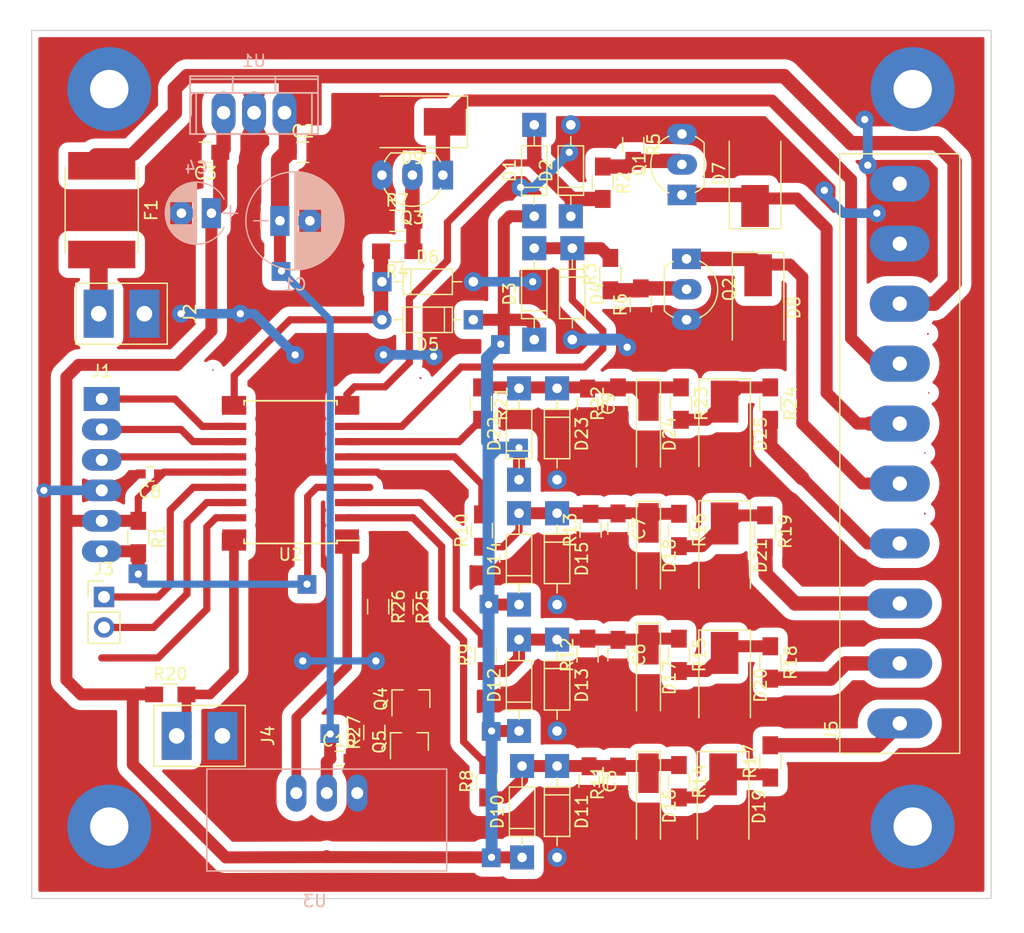
<source format=kicad_pcb>
(kicad_pcb (version 20171130) (host pcbnew 5.1.5-52549c5~86~ubuntu18.04.1)
  (layers (0 F.Cu signal) (31 B.Cu signal) (34 B.Paste user hide) (35 F.Paste user hide) (36 B.SilkS user) (37 F.SilkS user) (38 B.Mask user hide) (39 F.Mask user hide) (44 Edge.Cuts user hide))
  (net 0 "")
  (net 1 +12V)
  (net 2 GND)
  (net 3 +5V)
  (net 4 "Net-(C5-Pad1)")
  (net 5 "Net-(C6-Pad1)")
  (net 6 "Net-(C7-Pad1)")
  (net 7 "Net-(C9-Pad1)")
  (net 8 /open_gate_uc)
  (net 9 /output_2_uc)
  (net 10 /output_1_uc)
  (net 11 /open_gate)
  (net 12 /output_2)
  (net 13 /output_1)
  (net 14 "Net-(D19-Pad1)")
  (net 15 "Net-(D20-Pad1)")
  (net 16 "Net-(D21-Pad1)")
  (net 17 "Net-(D25-Pad1)")
  (net 18 "Net-(F1-Pad2)")
  (net 19 /TX)
  (net 20 /PGC)
  (net 21 /PGD)
  (net 22 /RST)
  (net 23 /gate_sw)
  (net 24 /input_1)
  (net 25 /bell_wicket)
  (net 26 /phs_gate)
  (net 27 /phs_wicket)
  (net 28 "Net-(Q1-Pad2)")
  (net 29 "Net-(Q2-Pad2)")
  (net 30 "Net-(Q3-Pad2)")
  (net 31 /phs_wicket_uc)
  (net 32 /phs_gate_uc)
  (net 33 /bell_wicket_uc)
  (net 34 /input_1_uc)
  (net 35 /radio_tx)
  (net 36 /RA7)
  (net 37 /RA6)
  (net 38 "Net-(Q4-Pad1)")
  (net 39 "Net-(Q4-Pad3)")
  (net 40 "Net-(Q5-Pad1)")
  (net 41 "Net-(Q5-Pad3)")
  (net 42 /radio_en)
  (module Resistors_SMD:R_0805_HandSoldering (layer F.Cu) (at 205.105 113.157 90)
    (fp_text reference R27 (at 0 -1.7 90) (layer F.SilkS))
    (fp_text value 10k)
    (pad 1 smd rect (at -1.35 0 90) (size 1.5 1.3) (layers F.Cu F.Paste F.Mask) (net 40 "Net-(Q5-Pad1)"))
    (pad 2 smd rect (at 1.35 0 90) (size 1.5 1.3) (layers F.Cu F.Paste F.Mask) (net 42 /radio_en))
  )
  (module Resistors_SMD:R_0805_HandSoldering (layer F.Cu) (at 205.4225 102.663 270)
    (fp_text reference R26 (at 0 -1.7 90) (layer F.SilkS))
    (fp_text value 10k)
    (pad 1 smd rect (at -1.35 0 270) (size 1.5 1.3) (layers F.Cu F.Paste F.Mask) (net 41 "Net-(Q5-Pad3)"))
    (pad 2 smd rect (at 1.35 0 270) (size 1.5 1.3) (layers F.Cu F.Paste F.Mask) (net 1 +12V))
  )
  (module Resistors_SMD:R_0805_HandSoldering (layer F.Cu) (at 207.4545 102.6795 270)
    (fp_text reference R25 (at 0 -1.7 90) (layer F.SilkS))
    (fp_text value 4k7)
    (pad 1 smd rect (at -1.35 0 270) (size 1.5 1.3) (layers F.Cu F.Paste F.Mask) (net 41 "Net-(Q5-Pad3)"))
    (pad 2 smd rect (at 1.35 0 270) (size 1.5 1.3) (layers F.Cu F.Paste F.Mask) (net 38 "Net-(Q4-Pad1)"))
  )
  (module TO_SOT_Packages_SMD:SOT-23 (layer F.Cu) (at 208.0285 113.935 90)
    (fp_text reference Q5 (at 0 -2.5 90) (layer F.SilkS))
    (fp_text value BC817)
    (pad 1 smd rect (at -1 -0.95 90) (size 0.9 0.8) (layers F.Cu F.Paste F.Mask) (net 40 "Net-(Q5-Pad1)"))
    (pad 2 smd rect (at -1 0.95 90) (size 0.9 0.8) (layers F.Cu F.Paste F.Mask) (net 2 GND))
    (pad 3 smd rect (at 1 0 90) (size 0.9 0.8) (layers F.Cu F.Paste F.Mask) (net 41 "Net-(Q5-Pad3)"))
  )
  (module TO_SOT_Packages_SMD:SOT-23 (layer F.Cu) (at 208.153 110.363 90)
    (fp_text reference Q4 (at 0 -2.5 90) (layer F.SilkS))
    (fp_text value BC807)
    (pad 1 smd rect (at -1 -0.95 90) (size 0.9 0.8) (layers F.Cu F.Paste F.Mask) (net 38 "Net-(Q4-Pad1)"))
    (pad 2 smd rect (at -1 0.95 90) (size 0.9 0.8) (layers F.Cu F.Paste F.Mask) (net 1 +12V))
    (pad 3 smd rect (at 1 0 90) (size 0.9 0.8) (layers F.Cu F.Paste F.Mask) (net 39 "Net-(Q4-Pad3)"))
  )
  (module Pin_Headers:Pin_Header_Straight_1x02_Pitch2.54mm (layer F.Cu) (at 182.5625 101.854)
    (fp_text reference J3 (at 0 -2.33) (layer F.SilkS))
    (fp_text value Conn_01x02)
    (pad 1 thru_hole rect (at 0 0) (size 1.7 1.7) (drill 1) (layers *.Cu *.Mask) (net 37 /RA6))
    (pad 2 thru_hole oval (at 0 2.54) (size 1.7 1.7) (drill 1) (layers *.Cu *.Mask) (net 36 /RA7))
  )
  (module My-Footprints:433MHz-Trasmitter (layer B.Cu) (at 191.135 116.205)
    (fp_text reference U3 (at 9 11) (layer B.SilkS) (effects (justify mirror)))
    (fp_text value 433MHz-Transmitter)
    (pad 1 thru_hole oval (at 7.46 2) (size 1.7 3.1) (drill 1) (layers *.Cu *.Mask) (net 35 /radio_tx))
    (pad 3 thru_hole oval (at 12.54 2) (size 1.7 3.1) (drill 1) (layers *.Cu *.Mask) (net 2 GND))
    (pad 2 thru_hole oval (at 10 2) (size 1.7 3.1) (drill 1) (layers *.Cu *.Mask) (net 39 "Net-(Q4-Pad3)"))
  )
  (module Capacitors_SMD:C_0603 (layer F.Cu) (at 202.184 115.316)
    (fp_text reference C10 (at 0 -1.5) (layer F.SilkS))
    (fp_text value 100n)
    (pad 2 smd rect (at 0.75 0) (size 0.8 0.75) (layers F.Cu F.Paste F.Mask) (net 2 GND))
    (pad 1 smd rect (at -0.75 0) (size 0.8 0.75) (layers F.Cu F.Paste F.Mask) (net 1 +12V))
  )
  (module Capacitors_SMD:C_0603 (layer F.Cu) (at 186.3852 91.5924 180)
    (fp_text reference C8 (at 0 -1.5) (layer F.SilkS))
    (fp_text value 100n)
    (pad 2 smd rect (at 0.75 0 180) (size 0.8 0.75) (layers F.Cu F.Paste F.Mask) (net 2 GND))
    (pad 1 smd rect (at -0.75 0 180) (size 0.8 0.75) (layers F.Cu F.Paste F.Mask) (net 3 +5V))
  )
  (module My-Footprints:TO-92_Inline_Wide (layer F.Cu) (at 210.82 66.675 180)
    (fp_text reference Q3 (at 2.54 -3.56 180) (layer F.SilkS))
    (fp_text value BC547)
    (pad 1 thru_hole rect (at 0 0 270) (size 2.4 1.7) (drill 0.8) (layers *.Cu *.Mask) (net 13 /output_1))
    (pad 3 thru_hole oval (at 5.08 0 270) (size 2.5 1.7) (drill 0.8) (layers *.Cu *.Mask) (net 2 GND))
    (pad 2 thru_hole oval (at 2.54 0 270) (size 2.5 1.7) (drill 0.8) (layers *.Cu *.Mask) (net 30 "Net-(Q3-Pad2)"))
  )
  (module My-Footprints:TO-92_Inline_Wide (layer F.Cu) (at 231.14 73.66 270)
    (fp_text reference Q2 (at 2.54 -3.56 270) (layer F.SilkS))
    (fp_text value BC547)
    (pad 1 thru_hole rect (at 0 0) (size 2.4 1.7) (drill 0.8) (layers *.Cu *.Mask) (net 12 /output_2))
    (pad 3 thru_hole oval (at 5.08 0) (size 2.5 1.7) (drill 0.8) (layers *.Cu *.Mask) (net 2 GND))
    (pad 2 thru_hole oval (at 2.54 0) (size 2.5 1.7) (drill 0.8) (layers *.Cu *.Mask) (net 29 "Net-(Q2-Pad2)"))
  )
  (module My-Footprints:TO-92_Inline_Wide (layer F.Cu) (at 230.759 68.326 90)
    (fp_text reference Q1 (at 2.54 -3.56 270) (layer F.SilkS))
    (fp_text value BC547)
    (pad 1 thru_hole rect (at 0 0 180) (size 2.4 1.7) (drill 0.8) (layers *.Cu *.Mask) (net 11 /open_gate))
    (pad 3 thru_hole oval (at 5.08 0 180) (size 2.5 1.7) (drill 0.8) (layers *.Cu *.Mask) (net 2 GND))
    (pad 2 thru_hole oval (at 2.54 0 180) (size 2.5 1.7) (drill 0.8) (layers *.Cu *.Mask) (net 28 "Net-(Q1-Pad2)"))
  )
  (module My-Footprints:Pin_Header_Straight_1x06_Pitch2.54mm (layer F.Cu) (at 182.372 85.344)
    (fp_text reference J1 (at 0 -2.33) (layer F.SilkS))
    (fp_text value ICP)
    (pad 6 thru_hole oval (at 0 12.7) (size 3.3 1.8) (drill 1) (layers *.Cu *.Mask) (net 22 /RST))
    (pad 5 thru_hole oval (at 0 10.16) (size 3.3 1.8) (drill 1) (layers *.Cu *.Mask) (net 3 +5V))
    (pad 4 thru_hole oval (at 0 7.62) (size 3.3 1.8) (drill 1) (layers *.Cu *.Mask) (net 2 GND))
    (pad 3 thru_hole oval (at 0 5.08) (size 3.3 1.8) (drill 1) (layers *.Cu *.Mask) (net 21 /PGD))
    (pad 2 thru_hole oval (at 0 2.54) (size 3.3 1.8) (drill 1) (layers *.Cu *.Mask) (net 20 /PGC))
    (pad 1 thru_hole rect (at 0 0) (size 3 2) (drill 1) (layers *.Cu *.Mask) (net 19 /TX))
  )
  (module Diodes_SMD:D_SMB_Handsoldering (layer F.Cu) (at 234.315 88.265 270)
    (fp_text reference D25 (at 0 -3 90) (layer F.SilkS))
    (fp_text value D_TVS)
    (pad 1 smd rect (at -2.7 0 270) (size 3.5 2.3) (layers F.Cu F.Paste F.Mask) (net 17 "Net-(D25-Pad1)"))
    (pad 2 smd rect (at 2.7 0 270) (size 3.5 2.3) (layers F.Cu F.Paste F.Mask) (net 2 GND))
  )
  (module Diodes_SMD:D_SMB_Handsoldering (layer F.Cu) (at 234.315 98.425 270)
    (fp_text reference D21 (at 0 -3 90) (layer F.SilkS))
    (fp_text value D_TVS)
    (pad 1 smd rect (at -2.7 0 270) (size 3.5 2.3) (layers F.Cu F.Paste F.Mask) (net 16 "Net-(D21-Pad1)"))
    (pad 2 smd rect (at 2.7 0 270) (size 3.5 2.3) (layers F.Cu F.Paste F.Mask) (net 2 GND))
  )
  (module Diodes_SMD:D_SMB_Handsoldering (layer F.Cu) (at 234.315 109.22 270)
    (fp_text reference D20 (at 0 -3 90) (layer F.SilkS))
    (fp_text value D_TVS)
    (pad 1 smd rect (at -2.7 0 270) (size 3.5 2.3) (layers F.Cu F.Paste F.Mask) (net 15 "Net-(D20-Pad1)"))
    (pad 2 smd rect (at 2.7 0 270) (size 3.5 2.3) (layers F.Cu F.Paste F.Mask) (net 2 GND))
  )
  (module Diodes_SMD:D_SMB_Handsoldering (layer F.Cu) (at 234.188 119.347 270)
    (fp_text reference D19 (at 0 -3 90) (layer F.SilkS))
    (fp_text value D_TVS)
    (pad 1 smd rect (at -2.7 0 270) (size 3.5 2.3) (layers F.Cu F.Paste F.Mask) (net 14 "Net-(D19-Pad1)"))
    (pad 2 smd rect (at 2.7 0 270) (size 3.5 2.3) (layers F.Cu F.Paste F.Mask) (net 2 GND))
  )
  (module Diodes_SMD:D_SMB_Handsoldering (layer F.Cu) (at 208.28 62.23 180)
    (fp_text reference D9 (at 0 -3) (layer F.SilkS))
    (fp_text value D_TVS)
    (pad 1 smd rect (at -2.7 0 180) (size 3.5 2.3) (layers F.Cu F.Paste F.Mask) (net 13 /output_1))
    (pad 2 smd rect (at 2.7 0 180) (size 3.5 2.3) (layers F.Cu F.Paste F.Mask) (net 2 GND))
  )
  (module Diodes_SMD:D_SMB_Handsoldering (layer F.Cu) (at 237.109 77.724 270)
    (fp_text reference D8 (at 0 -3 90) (layer F.SilkS))
    (fp_text value D_TVS)
    (pad 1 smd rect (at -2.7 0 270) (size 3.5 2.3) (layers F.Cu F.Paste F.Mask) (net 12 /output_2))
    (pad 2 smd rect (at 2.7 0 270) (size 3.5 2.3) (layers F.Cu F.Paste F.Mask) (net 2 GND))
  )
  (module Diodes_SMD:D_SMB_Handsoldering (layer F.Cu) (at 236.855 66.548 90)
    (fp_text reference D7 (at 0 -3 90) (layer F.SilkS))
    (fp_text value x)
    (pad 1 smd rect (at -2.7 0 90) (size 3.5 2.3) (layers F.Cu F.Paste F.Mask) (net 11 /open_gate))
    (pad 2 smd rect (at 2.7 0 90) (size 3.5 2.3) (layers F.Cu F.Paste F.Mask) (net 2 GND))
  )
  (module Housings_SOIC:SOIC-18W_7.5x11.6mm_Pitch1.27mm (layer F.Cu) (at 198.12 91.44 180)
    (fp_text reference U2 (at 0 -6.875) (layer F.SilkS))
    (fp_text value PIC16F819-ISO)
    (pad 1 smd rect (at -4.7 -5.08 180) (size 2 0.6) (layers F.Cu F.Paste F.Mask) (net 35 /radio_tx))
    (pad 2 smd rect (at -4.7 -3.81 180) (size 2 0.6) (layers F.Cu F.Paste F.Mask) (net 31 /phs_wicket_uc))
    (pad 3 smd rect (at -4.7 -2.54 180) (size 2 0.6) (layers F.Cu F.Paste F.Mask) (net 32 /phs_gate_uc))
    (pad 4 smd rect (at -4.7 -1.27 180) (size 2 0.6) (layers F.Cu F.Paste F.Mask) (net 22 /RST))
    (pad 5 smd rect (at -4.7 0 180) (size 2 0.6) (layers F.Cu F.Paste F.Mask) (net 2 GND))
    (pad 6 smd rect (at -4.7 1.27 180) (size 2 0.6) (layers F.Cu F.Paste F.Mask) (net 33 /bell_wicket_uc))
    (pad 7 smd rect (at -4.7 2.54 180) (size 2 0.6) (layers F.Cu F.Paste F.Mask) (net 34 /input_1_uc))
    (pad 8 smd rect (at -4.7 3.81 180) (size 2 0.6) (layers F.Cu F.Paste F.Mask) (net 9 /output_2_uc))
    (pad 9 smd rect (at -4.7 5.08 180) (size 2 0.6) (layers F.Cu F.Paste F.Mask) (net 8 /open_gate_uc))
    (pad 10 smd rect (at 4.7 5.08 180) (size 2 0.6) (layers F.Cu F.Paste F.Mask) (net 10 /output_1_uc))
    (pad 11 smd rect (at 4.7 3.81 180) (size 2 0.6) (layers F.Cu F.Paste F.Mask) (net 19 /TX))
    (pad 12 smd rect (at 4.7 2.54 180) (size 2 0.6) (layers F.Cu F.Paste F.Mask) (net 20 /PGC))
    (pad 13 smd rect (at 4.7 1.27 180) (size 2 0.6) (layers F.Cu F.Paste F.Mask) (net 21 /PGD))
    (pad 14 smd rect (at 4.7 0 180) (size 2 0.6) (layers F.Cu F.Paste F.Mask) (net 3 +5V))
    (pad 15 smd rect (at 4.7 -1.27 180) (size 2 0.6) (layers F.Cu F.Paste F.Mask) (net 37 /RA6))
    (pad 16 smd rect (at 4.7 -2.54 180) (size 2 0.6) (layers F.Cu F.Paste F.Mask) (net 36 /RA7))
    (pad 17 smd rect (at 4.7 -3.81 180) (size 2 0.6) (layers F.Cu F.Paste F.Mask) (net 42 /radio_en))
    (pad 18 smd rect (at 4.7 -5.08 180) (size 2 0.6) (layers F.Cu F.Paste F.Mask) (net 23 /gate_sw))
  )
  (module Power_Integrations:TO-220 (layer B.Cu) (at 195.072 61.468 180)
    (fp_text reference U1 (at 0 4.318) (layer B.SilkS) (effects (justify mirror)))
    (fp_text value L7805)
    (pad 2 thru_hole oval (at 0 0 180) (size 2 3.5) (drill 1.143) (layers *.Cu *.Mask) (net 2 GND))
    (pad 3 thru_hole oval (at 2.54 0 180) (size 2 3.5) (drill 1.12) (layers *.Cu *.Mask) (net 3 +5V))
    (pad 1 thru_hole oval (at -2.54 0 180) (size 2 3.5) (drill 1.143) (layers *.Cu *.Mask) (net 1 +12V))
  )
  (module Resistors_SMD:R_0805_HandSoldering (layer F.Cu) (at 238.125 85.725 270)
    (fp_text reference R24 (at 0 -1.7 90) (layer F.SilkS))
    (fp_text value 10R)
    (pad 1 smd rect (at -1.35 0 270) (size 1.5 1.3) (layers F.Cu F.Paste F.Mask) (net 17 "Net-(D25-Pad1)"))
    (pad 2 smd rect (at 1.35 0 270) (size 1.5 1.3) (layers F.Cu F.Paste F.Mask) (net 24 /input_1))
  )
  (module Resistors_SMD:R_0805_HandSoldering (layer F.Cu) (at 230.679 85.725 270)
    (fp_text reference R23 (at 0 -1.7 90) (layer F.SilkS))
    (fp_text value 1k)
    (pad 1 smd rect (at -1.35 0 270) (size 1.5 1.3) (layers F.Cu F.Paste F.Mask) (net 7 "Net-(C9-Pad1)"))
    (pad 2 smd rect (at 1.35 0 270) (size 1.5 1.3) (layers F.Cu F.Paste F.Mask) (net 17 "Net-(D25-Pad1)"))
  )
  (module Resistors_SMD:R_0805_HandSoldering (layer F.Cu) (at 225.425 85.725 90)
    (fp_text reference R22 (at 0 -1.7 90) (layer F.SilkS))
    (fp_text value 100k)
    (pad 1 smd rect (at -1.35 0 90) (size 1.5 1.3) (layers F.Cu F.Paste F.Mask) (net 2 GND))
    (pad 2 smd rect (at 1.35 0 90) (size 1.5 1.3) (layers F.Cu F.Paste F.Mask) (net 7 "Net-(C9-Pad1)"))
  )
  (module Resistors_SMD:R_0805_HandSoldering (layer F.Cu) (at 213.995 85.725 270)
    (fp_text reference R21 (at 0 -1.7 90) (layer F.SilkS))
    (fp_text value 1M)
    (pad 1 smd rect (at -1.35 0 270) (size 1.5 1.3) (layers F.Cu F.Paste F.Mask) (net 7 "Net-(C9-Pad1)"))
    (pad 2 smd rect (at 1.35 0 270) (size 1.5 1.3) (layers F.Cu F.Paste F.Mask) (net 34 /input_1_uc))
  )
  (module Resistors_SMD:R_0805_HandSoldering (layer F.Cu) (at 188.087 109.982)
    (fp_text reference R20 (at 0 -1.7) (layer F.SilkS))
    (fp_text value 10k)
    (pad 1 smd rect (at -1.35 0) (size 1.5 1.3) (layers F.Cu F.Paste F.Mask) (net 3 +5V))
    (pad 2 smd rect (at 1.35 0) (size 1.5 1.3) (layers F.Cu F.Paste F.Mask) (net 23 /gate_sw))
  )
  (module Resistors_SMD:R_0805_HandSoldering (layer F.Cu) (at 237.6805 96.393 270)
    (fp_text reference R19 (at 0 -1.7 90) (layer F.SilkS))
    (fp_text value 10R)
    (pad 1 smd rect (at -1.35 0 270) (size 1.5 1.3) (layers F.Cu F.Paste F.Mask) (net 16 "Net-(D21-Pad1)"))
    (pad 2 smd rect (at 1.35 0 270) (size 1.5 1.3) (layers F.Cu F.Paste F.Mask) (net 25 /bell_wicket))
  )
  (module Resistors_SMD:R_0805_HandSoldering (layer F.Cu) (at 238.125 107.315 270)
    (fp_text reference R18 (at 0 -1.7 90) (layer F.SilkS))
    (fp_text value 10R)
    (pad 1 smd rect (at -1.35 0 270) (size 1.5 1.3) (layers F.Cu F.Paste F.Mask) (net 15 "Net-(D20-Pad1)"))
    (pad 2 smd rect (at 1.35 0 270) (size 1.5 1.3) (layers F.Cu F.Paste F.Mask) (net 26 /phs_gate))
  )
  (module Resistors_SMD:R_0805_HandSoldering (layer F.Cu) (at 238.125 115.57 90)
    (fp_text reference R17 (at 0 -1.7 90) (layer F.SilkS))
    (fp_text value 10R)
    (pad 1 smd rect (at -1.35 0 90) (size 1.5 1.3) (layers F.Cu F.Paste F.Mask) (net 14 "Net-(D19-Pad1)"))
    (pad 2 smd rect (at 1.35 0 90) (size 1.5 1.3) (layers F.Cu F.Paste F.Mask) (net 27 /phs_wicket))
  )
  (module Resistors_SMD:R_0805_HandSoldering (layer F.Cu) (at 230.505 96.266 270)
    (fp_text reference R16 (at 0 -1.7 90) (layer F.SilkS))
    (fp_text value 1k)
    (pad 1 smd rect (at -1.35 0 270) (size 1.5 1.3) (layers F.Cu F.Paste F.Mask) (net 6 "Net-(C7-Pad1)"))
    (pad 2 smd rect (at 1.35 0 270) (size 1.5 1.3) (layers F.Cu F.Paste F.Mask) (net 16 "Net-(D21-Pad1)"))
  )
  (module Resistors_SMD:R_0805_HandSoldering (layer F.Cu) (at 230.505 106.68 270)
    (fp_text reference R15 (at 0 -1.7 90) (layer F.SilkS))
    (fp_text value 1k)
    (pad 1 smd rect (at -1.35 0 270) (size 1.5 1.3) (layers F.Cu F.Paste F.Mask) (net 5 "Net-(C6-Pad1)"))
    (pad 2 smd rect (at 1.35 0 270) (size 1.5 1.3) (layers F.Cu F.Paste F.Mask) (net 15 "Net-(D20-Pad1)"))
  )
  (module Resistors_SMD:R_0805_HandSoldering (layer F.Cu) (at 230.505 117.221 270)
    (fp_text reference R14 (at 0 -1.7 90) (layer F.SilkS))
    (fp_text value 1k)
    (pad 1 smd rect (at -1.35 0 270) (size 1.5 1.3) (layers F.Cu F.Paste F.Mask) (net 4 "Net-(C5-Pad1)"))
    (pad 2 smd rect (at 1.35 0 270) (size 1.5 1.3) (layers F.Cu F.Paste F.Mask) (net 14 "Net-(D19-Pad1)"))
  )
  (module Resistors_SMD:R_0805_HandSoldering (layer F.Cu) (at 223.139 96.266 90)
    (fp_text reference R13 (at 0 -1.7 90) (layer F.SilkS))
    (fp_text value 100k)
    (pad 1 smd rect (at -1.35 0 90) (size 1.5 1.3) (layers F.Cu F.Paste F.Mask) (net 2 GND))
    (pad 2 smd rect (at 1.35 0 90) (size 1.5 1.3) (layers F.Cu F.Paste F.Mask) (net 6 "Net-(C7-Pad1)"))
  )
  (module Resistors_SMD:R_0805_HandSoldering (layer F.Cu) (at 222.885 106.68 90)
    (fp_text reference R12 (at 0 -1.7 90) (layer F.SilkS))
    (fp_text value 100k)
    (pad 1 smd rect (at -1.35 0 90) (size 1.5 1.3) (layers F.Cu F.Paste F.Mask) (net 2 GND))
    (pad 2 smd rect (at 1.35 0 90) (size 1.5 1.3) (layers F.Cu F.Paste F.Mask) (net 5 "Net-(C6-Pad1)"))
  )
  (module Resistors_SMD:R_0805_HandSoldering (layer F.Cu) (at 225.425 117.348 90)
    (fp_text reference R11 (at 0 -1.7 90) (layer F.SilkS))
    (fp_text value 100k)
    (pad 1 smd rect (at -1.35 0 90) (size 1.5 1.3) (layers F.Cu F.Paste F.Mask) (net 2 GND))
    (pad 2 smd rect (at 1.35 0 90) (size 1.5 1.3) (layers F.Cu F.Paste F.Mask) (net 4 "Net-(C5-Pad1)"))
  )
  (module Resistors_SMD:R_0805_HandSoldering (layer F.Cu) (at 214.0712 96.3168 90)
    (fp_text reference R10 (at 0 -1.7 90) (layer F.SilkS))
    (fp_text value 1M)
    (pad 1 smd rect (at -1.35 0 90) (size 1.5 1.3) (layers F.Cu F.Paste F.Mask) (net 6 "Net-(C7-Pad1)"))
    (pad 2 smd rect (at 1.35 0 90) (size 1.5 1.3) (layers F.Cu F.Paste F.Mask) (net 33 /bell_wicket_uc))
  )
  (module Resistors_SMD:R_0805_HandSoldering (layer F.Cu) (at 214.376 106.68 90)
    (fp_text reference R9 (at 0 -1.7 90) (layer F.SilkS))
    (fp_text value 1M)
    (pad 1 smd rect (at -1.35 0 90) (size 1.5 1.3) (layers F.Cu F.Paste F.Mask) (net 5 "Net-(C6-Pad1)"))
    (pad 2 smd rect (at 1.35 0 90) (size 1.5 1.3) (layers F.Cu F.Paste F.Mask) (net 32 /phs_gate_uc))
  )
  (module Resistors_SMD:R_0805_HandSoldering (layer F.Cu) (at 214.503 117.221 90)
    (fp_text reference R8 (at 0 -1.7 90) (layer F.SilkS))
    (fp_text value 1M)
    (pad 1 smd rect (at -1.35 0 90) (size 1.5 1.3) (layers F.Cu F.Paste F.Mask) (net 4 "Net-(C5-Pad1)"))
    (pad 2 smd rect (at 1.35 0 90) (size 1.5 1.3) (layers F.Cu F.Paste F.Mask) (net 31 /phs_wicket_uc))
  )
  (module Resistors_SMD:R_0805_HandSoldering (layer F.Cu) (at 207.01 70.485)
    (fp_text reference R7 (at 0 -1.7) (layer F.SilkS))
    (fp_text value 10k)
    (pad 1 smd rect (at -1.35 0) (size 1.5 1.3) (layers F.Cu F.Paste F.Mask) (net 2 GND))
    (pad 2 smd rect (at 1.35 0) (size 1.5 1.3) (layers F.Cu F.Paste F.Mask) (net 30 "Net-(Q3-Pad2)"))
  )
  (module Resistors_SMD:R_0805_HandSoldering (layer F.Cu) (at 227.33 77.47 90)
    (fp_text reference R6 (at 0 -1.7 90) (layer F.SilkS))
    (fp_text value 10k)
    (pad 1 smd rect (at -1.35 0 90) (size 1.5 1.3) (layers F.Cu F.Paste F.Mask) (net 2 GND))
    (pad 2 smd rect (at 1.35 0 90) (size 1.5 1.3) (layers F.Cu F.Paste F.Mask) (net 29 "Net-(Q2-Pad2)"))
  )
  (module Resistors_SMD:R_0805_HandSoldering (layer F.Cu) (at 226.695 64.135 270)
    (fp_text reference R5 (at 0 -1.7 90) (layer F.SilkS))
    (fp_text value 10k)
    (pad 1 smd rect (at -1.35 0 270) (size 1.5 1.3) (layers F.Cu F.Paste F.Mask) (net 2 GND))
    (pad 2 smd rect (at 1.35 0 270) (size 1.5 1.3) (layers F.Cu F.Paste F.Mask) (net 28 "Net-(Q1-Pad2)"))
  )
  (module Resistors_SMD:R_0805_HandSoldering (layer F.Cu) (at 207.01 73.025 180)
    (fp_text reference R4 (at 0 -1.7) (layer F.SilkS))
    (fp_text value 2k2)
    (pad 1 smd rect (at -1.35 0 180) (size 1.5 1.3) (layers F.Cu F.Paste F.Mask) (net 30 "Net-(Q3-Pad2)"))
    (pad 2 smd rect (at 1.35 0 180) (size 1.5 1.3) (layers F.Cu F.Paste F.Mask) (net 10 /output_1_uc))
  )
  (module Resistors_SMD:R_0805_HandSoldering (layer F.Cu) (at 224.79 74.93 90)
    (fp_text reference R3 (at 0 -1.7 90) (layer F.SilkS))
    (fp_text value 2k2)
    (pad 1 smd rect (at -1.35 0 90) (size 1.5 1.3) (layers F.Cu F.Paste F.Mask) (net 29 "Net-(Q2-Pad2)"))
    (pad 2 smd rect (at 1.35 0 90) (size 1.5 1.3) (layers F.Cu F.Paste F.Mask) (net 9 /output_2_uc))
  )
  (module Resistors_SMD:R_0805_HandSoldering (layer F.Cu) (at 224.155 67.31 270)
    (fp_text reference R2 (at 0 -1.7 90) (layer F.SilkS))
    (fp_text value 2k2)
    (pad 1 smd rect (at -1.35 0 270) (size 1.5 1.3) (layers F.Cu F.Paste F.Mask) (net 28 "Net-(Q1-Pad2)"))
    (pad 2 smd rect (at 1.35 0 270) (size 1.5 1.3) (layers F.Cu F.Paste F.Mask) (net 8 /open_gate_uc))
  )
  (module Resistors_SMD:R_0805_HandSoldering (layer F.Cu) (at 185.42 96.854 270)
    (fp_text reference R1 (at 0 -1.7 90) (layer F.SilkS))
    (fp_text value 10k)
    (pad 1 smd rect (at -1.35 0 270) (size 1.5 1.3) (layers F.Cu F.Paste F.Mask) (net 3 +5V))
    (pad 2 smd rect (at 1.35 0 270) (size 1.5 1.3) (layers F.Cu F.Paste F.Mask) (net 22 /RST))
  )
  (module My-Footprints:Screw-Terminal-5.00mm-10pin (layer F.Cu) (at 248.92 112.395 90)
    (fp_text reference J5 (at -0.6 -5.7 90) (layer F.SilkS))
    (fp_text value Screw_Terminal_01x10)
    (pad 10 thru_hole oval (at 45 0 180) (size 5 3) (drill 1.2) (layers *.Cu *.Mask) (net 2 GND))
    (pad 9 thru_hole oval (at 40 0 180) (size 5 3) (drill 1.2) (layers *.Cu *.Mask) (net 2 GND))
    (pad 8 thru_hole oval (at 35 0 180) (size 5 3) (drill 1.2) (layers *.Cu *.Mask) (net 1 +12V))
    (pad 7 thru_hole oval (at 30 0 180) (size 5 3) (drill 1.2) (layers *.Cu *.Mask) (net 13 /output_1))
    (pad 6 thru_hole oval (at 25 0 180) (size 5 3) (drill 1.2) (layers *.Cu *.Mask) (net 11 /open_gate))
    (pad 5 thru_hole oval (at 20 0 180) (size 5 3) (drill 1.2) (layers *.Cu *.Mask) (net 12 /output_2))
    (pad 4 thru_hole oval (at 15 0 180) (size 5 2.5) (drill 1.2) (layers *.Cu *.Mask) (net 24 /input_1))
    (pad 3 thru_hole oval (at 10 0 180) (size 5.4 2.5) (drill 1.2) (layers *.Cu *.Mask) (net 25 /bell_wicket))
    (pad 2 thru_hole oval (at 5 0 180) (size 5.4 2.5) (drill 1.2) (layers *.Cu *.Mask) (net 26 /phs_gate))
    (pad 1 thru_hole oval (at 0 0 180) (size 5.4 2.5) (drill 1.2) (layers *.Cu *.Mask) (net 27 /phs_wicket))
  )
  (module My-Footprints:Conn_1x2_wire (layer F.Cu) (at 192.4304 113.4364 270)
    (fp_text reference J4 (at 0 -3.81 90) (layer F.SilkS))
    (fp_text value Gate-SW)
    (pad 2 thru_hole rect (at 0 3.81 270) (size 4 2.5) (drill 1.3) (layers *.Cu *.Mask) (net 23 /gate_sw))
    (pad 1 thru_hole rect (at 0 0 270) (size 4 2.5) (drill 1.3) (layers *.Cu *.Mask) (net 2 GND))
  )
  (module My-Footprints:Conn_1x2_wire (layer F.Cu) (at 185.928 78.232 270)
    (fp_text reference J2 (at 0 -3.81 90) (layer F.SilkS))
    (fp_text value Power-Supply-12V)
    (pad 2 thru_hole rect (at 0 3.81 270) (size 4 2.5) (drill 1.3) (layers *.Cu *.Mask) (net 18 "Net-(F1-Pad2)"))
    (pad 1 thru_hole rect (at 0 0 270) (size 4 2.5) (drill 1.3) (layers *.Cu *.Mask) (net 2 GND))
  )
  (module Fuse_Holders_and_Fuses:Fuse_SMD2920 (layer F.Cu) (at 182.372 69.596 270)
    (fp_text reference F1 (at 0 -4.13 90) (layer F.SilkS))
    (fp_text value 1,5A)
    (pad 1 smd rect (at -3.7 0) (size 5.6 2.3) (layers F.Cu F.Paste F.Mask) (net 1 +12V))
    (pad 2 smd rect (at 3.7 0) (size 5.6 2.3) (layers F.Cu F.Paste F.Mask) (net 18 "Net-(F1-Pad2)"))
  )
  (module Diodes_SMD:D_MiniMELF_Handsoldering (layer F.Cu) (at 227.965 88.265 270)
    (fp_text reference D24 (at 0 -1.75 90) (layer F.SilkS))
    (fp_text value 4V7)
    (pad 1 smd rect (at -2.75 0 270) (size 3.3 1.7) (layers F.Cu F.Paste F.Mask) (net 7 "Net-(C9-Pad1)"))
    (pad 2 smd rect (at 2.75 0 270) (size 3.3 1.7) (layers F.Cu F.Paste F.Mask) (net 2 GND))
  )
  (module Diodes_ThroughHole:D_DO-35_SOD27_P7.62mm_Horizontal (layer F.Cu) (at 220.345 84.455 270)
    (fp_text reference D23 (at 3.81 -2.06 90) (layer F.SilkS))
    (fp_text value 1N4148)
    (pad 1 thru_hole rect (at 0 0 270) (size 2 2) (drill 0.8) (layers *.Cu *.Mask) (net 7 "Net-(C9-Pad1)"))
    (pad 2 thru_hole oval (at 7.62 0 270) (size 1.6 1.6) (drill 0.8) (layers *.Cu *.Mask) (net 2 GND))
  )
  (module Diodes_ThroughHole:D_DO-35_SOD27_P7.62mm_Horizontal (layer F.Cu) (at 217.17 92.075 90)
    (fp_text reference D22 (at 3.81 -2.06 90) (layer F.SilkS))
    (fp_text value 1N4148)
    (pad 1 thru_hole rect (at 0 0 90) (size 2 2) (drill 0.8) (layers *.Cu *.Mask) (net 3 +5V))
    (pad 2 thru_hole rect (at 7.62 0 90) (size 2 2) (drill 0.8) (layers *.Cu *.Mask) (net 7 "Net-(C9-Pad1)"))
  )
  (module Diodes_SMD:D_MiniMELF_Handsoldering (layer F.Cu) (at 227.965 98.425 270)
    (fp_text reference D18 (at 0 -1.75 90) (layer F.SilkS))
    (fp_text value 4V7)
    (pad 1 smd rect (at -2.75 0 270) (size 3.3 1.7) (layers F.Cu F.Paste F.Mask) (net 6 "Net-(C7-Pad1)"))
    (pad 2 smd rect (at 2.75 0 270) (size 3.3 1.7) (layers F.Cu F.Paste F.Mask) (net 2 GND))
  )
  (module Diodes_SMD:D_MiniMELF_Handsoldering (layer F.Cu) (at 227.965 108.585 270)
    (fp_text reference D17 (at 0 -1.75 90) (layer F.SilkS))
    (fp_text value 4V7)
    (pad 1 smd rect (at -2.75 0 270) (size 3.3 1.7) (layers F.Cu F.Paste F.Mask) (net 5 "Net-(C6-Pad1)"))
    (pad 2 smd rect (at 2.75 0 270) (size 3.3 1.7) (layers F.Cu F.Paste F.Mask) (net 2 GND))
  )
  (module Diodes_SMD:D_MiniMELF_Handsoldering (layer F.Cu) (at 227.965 119.297 270)
    (fp_text reference D16 (at 0 -1.75 90) (layer F.SilkS))
    (fp_text value 4V7)
    (pad 1 smd rect (at -2.75 0 270) (size 3.3 1.7) (layers F.Cu F.Paste F.Mask) (net 4 "Net-(C5-Pad1)"))
    (pad 2 smd rect (at 2.75 0 270) (size 3.3 1.7) (layers F.Cu F.Paste F.Mask) (net 2 GND))
  )
  (module Diodes_ThroughHole:D_DO-35_SOD27_P7.62mm_Horizontal (layer F.Cu) (at 220.345 94.869 270)
    (fp_text reference D15 (at 3.81 -2.06 90) (layer F.SilkS))
    (fp_text value 1N4148)
    (pad 1 thru_hole rect (at 0 0 270) (size 2 2) (drill 0.8) (layers *.Cu *.Mask) (net 6 "Net-(C7-Pad1)"))
    (pad 2 thru_hole oval (at 7.62 0 270) (size 1.6 1.6) (drill 0.8) (layers *.Cu *.Mask) (net 2 GND))
  )
  (module Diodes_ThroughHole:D_DO-35_SOD27_P7.62mm_Horizontal (layer F.Cu) (at 217.17 102.489 90)
    (fp_text reference D14 (at 3.81 -2.06 90) (layer F.SilkS))
    (fp_text value 1N4148)
    (pad 1 thru_hole rect (at 0 0 90) (size 2 2) (drill 0.8) (layers *.Cu *.Mask) (net 3 +5V))
    (pad 2 thru_hole rect (at 7.62 0 90) (size 2 2) (drill 0.8) (layers *.Cu *.Mask) (net 6 "Net-(C7-Pad1)"))
  )
  (module Diodes_ThroughHole:D_DO-35_SOD27_P7.62mm_Horizontal (layer F.Cu) (at 220.345 105.41 270)
    (fp_text reference D13 (at 3.81 -2.06 90) (layer F.SilkS))
    (fp_text value 1N4148)
    (pad 1 thru_hole rect (at 0 0 270) (size 2 2) (drill 0.8) (layers *.Cu *.Mask) (net 5 "Net-(C6-Pad1)"))
    (pad 2 thru_hole oval (at 7.62 0 270) (size 1.6 1.6) (drill 0.8) (layers *.Cu *.Mask) (net 2 GND))
  )
  (module Diodes_ThroughHole:D_DO-35_SOD27_P7.62mm_Horizontal (layer F.Cu) (at 217.17 113.03 90)
    (fp_text reference D12 (at 3.81 -2.06 90) (layer F.SilkS))
    (fp_text value 1N4148)
    (pad 1 thru_hole rect (at 0 0 90) (size 2 2) (drill 0.8) (layers *.Cu *.Mask) (net 3 +5V))
    (pad 2 thru_hole rect (at 7.62 0 90) (size 2 2) (drill 0.8) (layers *.Cu *.Mask) (net 5 "Net-(C6-Pad1)"))
  )
  (module Diodes_ThroughHole:D_DO-35_SOD27_P7.62mm_Horizontal (layer F.Cu) (at 220.345 115.951 270)
    (fp_text reference D11 (at 3.81 -2.06 90) (layer F.SilkS))
    (fp_text value 1N4148)
    (pad 1 thru_hole rect (at 0 0 270) (size 2 2) (drill 0.8) (layers *.Cu *.Mask) (net 4 "Net-(C5-Pad1)"))
    (pad 2 thru_hole oval (at 7.62 0 270) (size 1.6 1.6) (drill 0.8) (layers *.Cu *.Mask) (net 2 GND))
  )
  (module Diodes_ThroughHole:D_DO-35_SOD27_P7.62mm_Horizontal (layer F.Cu) (at 217.424 123.571 90)
    (fp_text reference D10 (at 3.81 -2.06 90) (layer F.SilkS))
    (fp_text value 1N4148)
    (pad 1 thru_hole rect (at 0 0 90) (size 2 2) (drill 0.8) (layers *.Cu *.Mask) (net 3 +5V))
    (pad 2 thru_hole rect (at 7.62 0 90) (size 2 2) (drill 0.8) (layers *.Cu *.Mask) (net 4 "Net-(C5-Pad1)"))
  )
  (module Diodes_ThroughHole:D_DO-35_SOD27_P7.62mm_Horizontal (layer F.Cu) (at 205.74 75.565)
    (fp_text reference D6 (at 3.81 -2.06) (layer F.SilkS))
    (fp_text value 1N4148)
    (pad 1 thru_hole rect (at 0 0) (size 1.6 1.6) (drill 0.8) (layers *.Cu *.Mask) (net 10 /output_1_uc))
    (pad 2 thru_hole oval (at 7.62 0) (size 1.6 1.6) (drill 0.8) (layers *.Cu *.Mask) (net 2 GND))
  )
  (module Diodes_ThroughHole:D_DO-35_SOD27_P7.62mm_Horizontal (layer F.Cu) (at 213.36 78.74 180)
    (fp_text reference D5 (at 3.81 -2.06) (layer F.SilkS))
    (fp_text value 1N4148)
    (pad 1 thru_hole rect (at 0 0 180) (size 1.6 1.6) (drill 0.8) (layers *.Cu *.Mask) (net 3 +5V))
    (pad 2 thru_hole oval (at 7.62 0 180) (size 1.6 1.6) (drill 0.8) (layers *.Cu *.Mask) (net 10 /output_1_uc))
  )
  (module Diodes_ThroughHole:D_DO-35_SOD27_P7.62mm_Horizontal (layer F.Cu) (at 221.615 72.771 270)
    (fp_text reference D4 (at 3.81 -2.06 90) (layer F.SilkS))
    (fp_text value 1N4148)
    (pad 1 thru_hole rect (at 0 0 270) (size 2 2) (drill 0.8) (layers *.Cu *.Mask) (net 9 /output_2_uc))
    (pad 2 thru_hole oval (at 7.62 0 270) (size 1.6 1.6) (drill 0.8) (layers *.Cu *.Mask) (net 2 GND))
  )
  (module Diodes_ThroughHole:D_DO-35_SOD27_P7.62mm_Horizontal (layer F.Cu) (at 218.44 80.391 90)
    (fp_text reference D3 (at 3.81 -2.06 90) (layer F.SilkS))
    (fp_text value 1N4148)
    (pad 1 thru_hole rect (at 0 0 90) (size 2 2) (drill 0.8) (layers *.Cu *.Mask) (net 3 +5V))
    (pad 2 thru_hole rect (at 7.62 0 90) (size 2 2) (drill 0.8) (layers *.Cu *.Mask) (net 9 /output_2_uc))
  )
  (module Diodes_ThroughHole:D_DO-35_SOD27_P7.62mm_Horizontal (layer F.Cu) (at 221.488 70.104 90)
    (fp_text reference D2 (at 3.81 -2.06 90) (layer F.SilkS))
    (fp_text value 1N4148)
    (pad 1 thru_hole rect (at 0 0 90) (size 2 2) (drill 0.8) (layers *.Cu *.Mask) (net 8 /open_gate_uc))
    (pad 2 thru_hole oval (at 7.62 0 90) (size 1.6 1.6) (drill 0.8) (layers *.Cu *.Mask) (net 2 GND))
  )
  (module Diodes_ThroughHole:D_DO-35_SOD27_P7.62mm_Horizontal (layer F.Cu) (at 218.44 70.104 90)
    (fp_text reference D1 (at 3.81 -2.06 90) (layer F.SilkS))
    (fp_text value 1N4148)
    (pad 1 thru_hole rect (at 0 0 90) (size 2 2) (drill 0.8) (layers *.Cu *.Mask) (net 3 +5V))
    (pad 2 thru_hole rect (at 7.62 0 90) (size 2 2) (drill 0.8) (layers *.Cu *.Mask) (net 8 /open_gate_uc))
  )
  (module Capacitors_SMD:C_0805_HandSoldering (layer F.Cu) (at 222.885 85.725 270)
    (fp_text reference C9 (at 0 -1.75 90) (layer F.SilkS))
    (fp_text value C)
    (pad 1 smd rect (at -1.25 0 270) (size 1.5 1.25) (layers F.Cu F.Paste F.Mask) (net 7 "Net-(C9-Pad1)"))
    (pad 2 smd rect (at 1.25 0 270) (size 1.5 1.25) (layers F.Cu F.Paste F.Mask) (net 2 GND))
  )
  (module Capacitors_SMD:C_0805_HandSoldering (layer F.Cu) (at 225.425 96.139 270)
    (fp_text reference C7 (at 0 -1.75 90) (layer F.SilkS))
    (fp_text value C)
    (pad 2 smd rect (at 1.25 0 270) (size 1.5 1.25) (layers F.Cu F.Paste F.Mask) (net 2 GND))
    (pad 1 smd rect (at -1.25 0 270) (size 1.5 1.25) (layers F.Cu F.Paste F.Mask) (net 6 "Net-(C7-Pad1)"))
  )
  (module Capacitors_SMD:C_0805_HandSoldering (layer F.Cu) (at 225.425 106.68 270)
    (fp_text reference C6 (at 0 -1.75 90) (layer F.SilkS))
    (fp_text value C)
    (pad 1 smd rect (at -1.25 0 270) (size 1.5 1.25) (layers F.Cu F.Paste F.Mask) (net 5 "Net-(C6-Pad1)"))
    (pad 2 smd rect (at 1.25 0 270) (size 1.5 1.25) (layers F.Cu F.Paste F.Mask) (net 2 GND))
  )
  (module Capacitors_SMD:C_0805_HandSoldering (layer F.Cu) (at 223.012 117.221 270)
    (fp_text reference C5 (at 0 -1.75 90) (layer F.SilkS))
    (fp_text value C)
    (pad 1 smd rect (at -1.25 0 270) (size 1.5 1.25) (layers F.Cu F.Paste F.Mask) (net 4 "Net-(C5-Pad1)"))
    (pad 2 smd rect (at 1.25 0 270) (size 1.5 1.25) (layers F.Cu F.Paste F.Mask) (net 2 GND))
  )
  (module Capacitors_ThroughHole:CP_Radial_D5.0mm_P2.50mm (layer B.Cu) (at 191.516 69.85 180)
    (fp_text reference C4 (at 1.25 3.81 180) (layer B.SilkS) (effects (justify mirror)))
    (fp_text value 100u)
    (pad 1 thru_hole rect (at 0 0 180) (size 1.6 2.5) (drill 0.8) (layers *.Cu *.Mask) (net 3 +5V))
    (pad 2 thru_hole circle (at 2.5 0 180) (size 2 2) (drill 0.8) (layers *.Cu *.Mask) (net 2 GND))
  )
  (module Capacitors_SMD:C_0805_HandSoldering (layer F.Cu) (at 191.008 64.77 180)
    (fp_text reference C3 (at 0 -1.75) (layer F.SilkS))
    (fp_text value 100n)
    (pad 1 smd rect (at -1.25 0 180) (size 1.5 1.25) (layers F.Cu F.Paste F.Mask) (net 3 +5V))
    (pad 2 smd rect (at 1.25 0 180) (size 1.5 1.25) (layers F.Cu F.Paste F.Mask) (net 2 GND))
  )
  (module Capacitors_SMD:C_0805_HandSoldering (layer F.Cu) (at 199.136 64.77)
    (fp_text reference C2 (at 0 -1.75) (layer F.SilkS))
    (fp_text value 100n)
    (pad 1 smd rect (at -1.25 0) (size 1.5 1.25) (layers F.Cu F.Paste F.Mask) (net 1 +12V))
    (pad 2 smd rect (at 1.25 0) (size 1.5 1.25) (layers F.Cu F.Paste F.Mask) (net 2 GND))
  )
  (module Capacitors_ThroughHole:CP_Radial_D8.0mm_P2.50mm (layer B.Cu) (at 197.231 70.485)
    (fp_text reference C1 (at 1.25 5.31) (layer B.SilkS) (effects (justify mirror)))
    (fp_text value 470u)
    (pad 1 thru_hole rect (at 0 0) (size 1.6 2.5) (drill 0.8) (layers *.Cu *.Mask) (net 1 +12V))
    (pad 2 thru_hole circle (at 2.5 0) (size 2 2) (drill 0.8) (layers *.Cu *.Mask) (net 2 GND))
  )
  (gr_poly (pts (xy 202.1205 113.9825) (xy 200.66 113.9825) (xy 200.66 112.522) (xy 202.1205 112.522)) (layer F.Cu) (width 0.1))
  (gr_poly (pts (xy 202.1205 113.9825) (xy 200.66 113.9825) (xy 200.66 112.522) (xy 202.1205 112.522)) (layer B.Cu) (width 0.1))
  (gr_poly (pts (xy 198.0565 75.438) (xy 196.596 75.438) (xy 196.596 73.9775) (xy 198.0565 73.9775)) (layer F.Cu) (width 0.1))
  (gr_poly (pts (xy 198.0565 75.438) (xy 196.596 75.438) (xy 196.596 73.9775) (xy 198.0565 73.9775)) (layer B.Cu) (width 0.1))
  (gr_poly (pts (xy 216.3445 81.534) (xy 214.884 81.534) (xy 214.884 80.0735) (xy 216.3445 80.0735)) (layer F.Cu) (width 0.1))
  (gr_poly (pts (xy 216.3445 81.534) (xy 214.884 81.534) (xy 214.884 80.0735) (xy 216.3445 80.0735)) (layer B.Cu) (width 0.1))
  (gr_poly (pts (xy 217.8685 90.17) (xy 216.408 90.17) (xy 216.408 88.7095) (xy 217.8685 88.7095)) (layer F.Cu) (width 0.1))
  (gr_poly (pts (xy 217.8685 90.17) (xy 216.408 90.17) (xy 216.408 88.7095) (xy 217.8685 88.7095)) (layer B.Cu) (width 0.1))
  (gr_poly (pts (xy 215.392 103.1875) (xy 213.9315 103.1875) (xy 213.9315 101.727) (xy 215.392 101.727)) (layer F.Cu) (width 0.1))
  (gr_poly (pts (xy 215.392 103.1875) (xy 213.9315 103.1875) (xy 213.9315 101.727) (xy 215.392 101.727)) (layer B.Cu) (width 0.1))
  (gr_poly (pts (xy 215.5825 113.792) (xy 214.122 113.792) (xy 214.122 112.3315) (xy 215.5825 112.3315)) (layer F.Cu) (width 0.1))
  (gr_poly (pts (xy 215.5825 113.792) (xy 214.122 113.792) (xy 214.122 112.3315) (xy 215.5825 112.3315)) (layer B.Cu) (width 0.1))
  (gr_poly (pts (xy 215.5825 124.333) (xy 214.122 124.333) (xy 214.122 122.8725) (xy 215.5825 122.8725)) (layer F.Cu) (width 0.1))
  (gr_poly (pts (xy 215.5825 124.333) (xy 214.122 124.333) (xy 214.122 122.8725) (xy 215.5825 122.8725)) (layer B.Cu) (width 0.1))
  (gr_poly (pts (xy 186.1185 100.6475) (xy 184.658 100.6475) (xy 184.658 99.187) (xy 186.1185 99.187)) (layer F.Cu) (width 0.1))
  (gr_poly (pts (xy 186.1185 100.6475) (xy 184.658 100.6475) (xy 184.658 99.187) (xy 186.1185 99.187)) (layer B.Cu) (width 0.1))
  (gr_poly (pts (xy 200.2155 101.5365) (xy 198.755 101.5365) (xy 198.755 100.076) (xy 200.2155 100.076)) (layer F.Cu) (width 0.1))
  (gr_poly (pts (xy 200.2155 101.5365) (xy 198.755 101.5365) (xy 198.755 100.076) (xy 200.2155 100.076)) (layer B.Cu) (width 0.1))
  (gr_line (start 208.915 83.566) (end 208.9785 83.6295) (layer F.Cu) (width 0.12))
  (gr_line (start 215.392 88.7095) (end 215.4555 88.773) (layer F.Cu) (width 0.12))
  (gr_line (start 191.643 82.931) (end 191.643 82.931) (layer F.Cu) (width 0.12))
  (gr_line (start 251.2695 79.9465) (end 251.2695 79.883) (layer F.Cu) (width 0.12))
  (gr_line (start 251.333 84.836) (end 251.333 84.836) (layer F.Cu) (width 0.12))
  (gr_line (start 251.0155 89.8525) (end 251.0155 89.8525) (layer F.Cu) (width 0.12))
  (gr_line (start 251.0155 94.9325) (end 251.0155 94.869) (layer F.Cu) (width 0.12))
  (gr_line (start 256.54 54.61) (end 256.54 127) (layer Edge.Cuts) (width 0.1))
  (gr_line (start 176.53 54.61) (end 256.54 54.61) (layer Edge.Cuts) (width 0.1))
  (gr_line (start 176.53 127) (end 176.53 54.61) (layer Edge.Cuts) (width 0.1))
  (gr_line (start 256.54 127) (end 176.53 127) (layer Edge.Cuts) (width 0.1))
  (gr_poly (pts (xy 194.3608 86.5632) (xy 192.4304 86.5632) (xy 192.4304 85.1408) (xy 194.3608 85.1408)) (layer F.Cu) (width 0.1))
  (gr_poly (pts (xy 203.8096 86.5632) (xy 201.8792 86.5632) (xy 201.8792 85.1408) (xy 203.8096 85.1408)) (layer F.Cu) (width 0.1))
  (gr_poly (pts (xy 203.8096 98.1964) (xy 201.8792 98.1964) (xy 201.8792 96.774) (xy 203.8096 96.774)) (layer F.Cu) (width 0.1))
  (gr_poly (pts (xy 194.3608 97.9424) (xy 192.4304 97.9424) (xy 192.4304 96.52) (xy 194.3608 96.52)) (layer F.Cu) (width 0.1))
  (gr_poly (pts (xy 200.66 62.484) (xy 198.12 62.484) (xy 198.12 58.928) (xy 200.66 58.928)) (layer F.Cu) (width 0.1))
  (segment (start 248.92 77.395) (end 251.789 77.395) (width 1.2) (layer F.Cu) (net 1))
  (segment (start 251.789 77.395) (end 253.492 75.692) (width 1.2) (layer F.Cu) (net 1))
  (segment (start 253.492 75.692) (end 253.492 65.532) (width 1.2) (layer F.Cu) (net 1))
  (segment (start 253.492 65.532) (end 251.968 64.008) (width 1.2) (layer F.Cu) (net 1))
  (segment (start 251.968 64.008) (end 244.856 64.008) (width 1.2) (layer F.Cu) (net 1))
  (segment (start 244.856 64.008) (end 239.268 58.42) (width 1.2) (layer F.Cu) (net 1))
  (segment (start 200.66 58.42) (end 239.268 58.42) (width 1.2) (layer F.Cu) (net 1))
  (segment (start 197.886 61.742) (end 197.612 61.468) (width 1.2) (layer F.Cu) (net 1))
  (segment (start 188.468 59.436) (end 189.484 58.42) (width 1.2) (layer F.Cu) (net 1))
  (segment (start 188.468 61.468) (end 188.468 59.436) (width 1.2) (layer F.Cu) (net 1))
  (segment (start 181.864 65.024) (end 184.548 65.024) (width 1.2) (layer F.Cu) (net 1))
  (segment (start 185.056 64.88) (end 188.468 61.468) (width 1.2) (layer F.Cu) (net 1))
  (segment (start 197.231 65.425) (end 197.886 64.77) (width 1.5) (layer F.Cu) (net 1))
  (segment (start 197.231 70.485) (end 197.231 65.425) (width 1.5) (layer F.Cu) (net 1))
  (segment (start 197.886 64.77) (end 197.886 58.654) (width 1.5) (layer F.Cu) (net 1))
  (segment (start 189.484 58.42) (end 198.12 58.42) (width 1.2) (layer F.Cu) (net 1))
  (segment (start 198.12 58.42) (end 200.66 58.42) (width 1.2) (layer F.Cu) (net 1))
  (via (at 197.358 74.676) (size 1.5) (drill 0.6) (layers F.Cu B.Cu) (net 1))
  (segment (start 197.231 70.485) (end 197.231 74.549) (width 1) (layer F.Cu) (net 1))
  (segment (start 197.231 74.549) (end 197.358 74.676) (width 1) (layer F.Cu) (net 1))
  (segment (start 197.358 74.676) (end 201.422 78.74) (width 0.6) (layer B.Cu) (net 1))
  (via (at 201.422 113.284) (size 1.5) (drill 0.6) (layers F.Cu B.Cu) (net 1))
  (segment (start 201.422 78.74) (end 201.422 113.284) (width 0.6) (layer B.Cu) (net 1))
  (segment (start 201.422 115.304) (end 201.434 115.316) (width 1) (layer F.Cu) (net 1))
  (segment (start 201.422 113.284) (end 201.422 115.304) (width 1) (layer F.Cu) (net 1))
  (segment (start 201.135 115.615) (end 201.434 115.316) (width 1) (layer F.Cu) (net 1))
  (segment (start 201.135 118.205) (end 201.135 115.615) (width 1) (layer F.Cu) (net 1))
  (segment (start 201.1045 91.44) (end 198.882 91.44) (width 0.6) (layer F.Cu) (net 2))
  (segment (start 201.1045 91.44) (end 200.533 90.8685) (width 0.6) (layer F.Cu) (net 2))
  (segment (start 205.359 91.44) (end 205.6765 91.7575) (width 0.6) (layer F.Cu) (net 2))
  (segment (start 201.1045 91.44) (end 205.359 91.44) (width 0.6) (layer F.Cu) (net 2))
  (segment (start 245.364 99.949) (end 252.73 99.949) (width 1) (layer F.Cu) (net 2))
  (segment (start 246.253 109.9185) (end 252.5395 109.9185) (width 1) (layer F.Cu) (net 2))
  (via (at 183 59.5) (size 7) (drill 3.2) (layers F.Cu B.Cu) (net 2))
  (via (at 250 121) (size 7) (drill 3.2) (layers F.Cu B.Cu) (net 2))
  (via (at 183 121) (size 7) (drill 3.2) (layers F.Cu B.Cu) (net 2))
  (via (at 250 59.5) (size 7) (drill 3.2) (layers F.Cu B.Cu) (net 2))
  (segment (start 189.016 65.512) (end 189.758 64.77) (width 1.2) (layer F.Cu) (net 2))
  (segment (start 189.016 69.85) (end 189.016 65.512) (width 1.2) (layer F.Cu) (net 2))
  (segment (start 221.615 80.391) (end 225.552 80.391) (width 1) (layer B.Cu) (net 2))
  (via (at 226.187 81.026) (size 1.5) (drill 0.6) (layers F.Cu B.Cu) (net 2))
  (segment (start 225.552 80.391) (end 226.187 81.026) (width 1) (layer B.Cu) (net 2))
  (segment (start 185.928 78.232) (end 188.976 78.232) (width 1) (layer F.Cu) (net 2))
  (segment (start 188.976 78.232) (end 188.976 78.232) (width 1) (layer F.Cu) (net 2))
  (via (at 188.976 78.232) (size 1.5) (drill 0.6) (layers F.Cu B.Cu) (net 2))
  (via (at 193.929 78.232) (size 1.5) (drill 0.6) (layers F.Cu B.Cu) (net 2))
  (via (at 198.501 81.661) (size 1.5) (drill 0.6) (layers F.Cu B.Cu) (net 2))
  (via (at 205.867 81.661) (size 1.5) (drill 0.6) (layers F.Cu B.Cu) (net 2))
  (via (at 210.058 81.788) (size 1.5) (drill 0.6) (layers F.Cu B.Cu) (net 2))
  (via (at 218.313 75.565) (size 1.5) (drill 0.6) (layers F.Cu B.Cu) (net 2))
  (segment (start 188.976 78.232) (end 193.929 78.232) (width 0.8) (layer B.Cu) (net 2))
  (segment (start 195.072 78.232) (end 198.501 81.661) (width 0.8) (layer B.Cu) (net 2))
  (segment (start 193.929 78.232) (end 195.072 78.232) (width 0.8) (layer B.Cu) (net 2))
  (segment (start 209.931 81.661) (end 210.058 81.788) (width 0.8) (layer B.Cu) (net 2))
  (segment (start 205.867 81.661) (end 209.931 81.661) (width 0.8) (layer B.Cu) (net 2))
  (segment (start 218.313 75.565) (end 213.36 75.565) (width 0.8) (layer B.Cu) (net 2))
  (via (at 217.297 67.691) (size 1.5) (drill 0.6) (layers F.Cu B.Cu) (net 2))
  (via (at 221.361 64.77) (size 1.5) (drill 0.6) (layers F.Cu B.Cu) (net 2))
  (segment (start 218.44 67.691) (end 221.361 64.77) (width 0.8) (layer B.Cu) (net 2))
  (segment (start 217.297 67.691) (end 218.44 67.691) (width 0.8) (layer B.Cu) (net 2))
  (segment (start 182.372 92.964) (end 177.673 92.964) (width 0.8) (layer B.Cu) (net 2))
  (via (at 242.6335 67.945) (size 1.5) (drill 0.6) (layers F.Cu B.Cu) (net 2))
  (via (at 247.015 69.85) (size 1.5) (drill 0.6) (layers F.Cu B.Cu) (net 2))
  (via (at 246.253 65.8495) (size 1.5) (drill 0.6) (layers F.Cu B.Cu) (net 2))
  (via (at 245.999 62.0395) (size 1.5) (drill 0.6) (layers F.Cu B.Cu) (net 2))
  (segment (start 244.221 69.85) (end 247.015 69.85) (width 0.8) (layer B.Cu) (net 2))
  (segment (start 242.57 68.199) (end 244.221 69.85) (width 0.8) (layer B.Cu) (net 2))
  (segment (start 246.253 62.2935) (end 245.999 62.0395) (width 0.8) (layer B.Cu) (net 2))
  (segment (start 246.253 65.8495) (end 246.253 62.2935) (width 0.8) (layer B.Cu) (net 2))
  (via (at 205.232 107.188) (size 1.5) (drill 0.6) (layers F.Cu B.Cu) (net 2))
  (segment (start 199.136 107.188) (end 205.232 107.188) (width 0.6) (layer B.Cu) (net 2))
  (via (at 177.546 92.964) (size 1.2) (drill 0.6) (layers F.Cu B.Cu) (net 2))
  (via (at 199.136 107.188) (size 1.5) (drill 0.6) (layers F.Cu B.Cu) (net 2))
  (segment (start 213.36 78.74) (end 217.932 78.74) (width 1) (layer F.Cu) (net 3))
  (segment (start 217.932 78.74) (end 218.44 79.248) (width 1) (layer F.Cu) (net 3))
  (segment (start 217.932 78.74) (end 215.9 78.74) (width 1) (layer F.Cu) (net 3))
  (segment (start 215.9 78.74) (end 215.9 70.612) (width 1) (layer F.Cu) (net 3))
  (segment (start 216.408 70.104) (end 218.44 70.104) (width 1) (layer F.Cu) (net 3))
  (segment (start 215.9 70.612) (end 216.408 70.104) (width 1) (layer F.Cu) (net 3))
  (segment (start 192.532 64.496) (end 192.258 64.77) (width 1.2) (layer F.Cu) (net 3))
  (segment (start 192.532 61.468) (end 192.532 64.496) (width 1.2) (layer F.Cu) (net 3))
  (segment (start 192.258 69.108) (end 191.516 69.85) (width 1.2) (layer F.Cu) (net 3))
  (segment (start 192.258 64.77) (end 192.258 69.108) (width 1.2) (layer F.Cu) (net 3))
  (segment (start 185.42 95.504) (end 182.372 95.504) (width 1) (layer F.Cu) (net 3))
  (segment (start 191.516 79.6544) (end 191.516 69.85) (width 1) (layer F.Cu) (net 3))
  (segment (start 180.6448 109.982) (end 179.4256 108.7628) (width 1) (layer F.Cu) (net 3))
  (segment (start 188.6712 82.4992) (end 191.516 79.6544) (width 1) (layer F.Cu) (net 3))
  (segment (start 179.4256 83.5152) (end 180.4416 82.4992) (width 1) (layer F.Cu) (net 3))
  (segment (start 180.4416 82.4992) (end 188.6712 82.4992) (width 1) (layer F.Cu) (net 3))
  (segment (start 182.372 95.504) (end 179.4256 95.504) (width 1) (layer F.Cu) (net 3))
  (segment (start 179.4256 108.7628) (end 179.4256 95.504) (width 1) (layer F.Cu) (net 3))
  (segment (start 179.4256 95.504) (end 179.4256 83.5152) (width 1) (layer F.Cu) (net 3))
  (segment (start 184.9628 115.824) (end 184.9628 109.982) (width 1) (layer F.Cu) (net 3))
  (segment (start 192.7098 123.571) (end 184.9628 115.824) (width 1) (layer F.Cu) (net 3))
  (segment (start 186.737 109.982) (end 184.9628 109.982) (width 1) (layer F.Cu) (net 3))
  (segment (start 184.9628 109.982) (end 180.6448 109.982) (width 1) (layer F.Cu) (net 3))
  (segment (start 201.135 123.4618) (end 201.2188 123.5456) (width 1) (layer F.Cu) (net 3))
  (segment (start 201.2188 123.5456) (end 192.7098 123.571) (width 1) (layer F.Cu) (net 3))
  (segment (start 185.42 93.599) (end 185.42 95.504) (width 0.6) (layer F.Cu) (net 3))
  (segment (start 193.42 91.44) (end 187.579 91.44) (width 0.6) (layer F.Cu) (net 3))
  (segment (start 187.579 91.44) (end 185.42 93.599) (width 0.6) (layer F.Cu) (net 3))
  (segment (start 218.44 79.248) (end 218.44 80.391) (width 1) (layer F.Cu) (net 3))
  (segment (start 217.17 113.03) (end 214.884 113.03) (width 1) (layer F.Cu) (net 3))
  (via (at 214.884 113.03) (size 1.5) (drill 0.6) (layers F.Cu B.Cu) (net 3))
  (via (at 214.880013 123.567013) (size 1.5) (drill 0.6) (layers F.Cu B.Cu) (net 3))
  (segment (start 214.884 113.03) (end 214.884 123.563026) (width 1) (layer B.Cu) (net 3))
  (segment (start 217.424 123.571) (end 214.880013 123.567013) (width 1) (layer F.Cu) (net 3))
  (segment (start 214.884 123.563026) (end 214.880013 123.567013) (width 1) (layer B.Cu) (net 3))
  (segment (start 214.880013 123.567013) (end 201.2188 123.5456) (width 1) (layer F.Cu) (net 3))
  (segment (start 217.17 102.489) (end 214.63 102.489) (width 1) (layer F.Cu) (net 3))
  (via (at 214.63 102.489) (size 1.5) (drill 0.6) (layers F.Cu B.Cu) (net 3))
  (segment (start 214.63 112.776) (end 214.884 113.03) (width 1) (layer B.Cu) (net 3))
  (segment (start 214.63 102.489) (end 214.63 112.776) (width 1) (layer B.Cu) (net 3))
  (segment (start 217.17 92.075) (end 217.17 89.408) (width 1) (layer F.Cu) (net 3))
  (via (at 217.17 89.408) (size 1.5) (drill 0.6) (layers F.Cu B.Cu) (net 3))
  (segment (start 217.17 89.408) (end 215.392 89.408) (width 1) (layer B.Cu) (net 3))
  (segment (start 214.63 90.17) (end 214.63 102.489) (width 1) (layer B.Cu) (net 3))
  (segment (start 215.392 89.408) (end 214.63 90.17) (width 1) (layer B.Cu) (net 3))
  (segment (start 217.17 89.408) (end 214.63 89.408) (width 1) (layer B.Cu) (net 3))
  (segment (start 214.63 89.408) (end 214.63 90.17) (width 1) (layer B.Cu) (net 3))
  (segment (start 217.17 89.408) (end 215.011 89.408) (width 1) (layer B.Cu) (net 3))
  (segment (start 215.011 89.408) (end 214.503 88.9) (width 1) (layer B.Cu) (net 3))
  (segment (start 214.503 88.9) (end 214.503 81.915) (width 1) (layer B.Cu) (net 3))
  (via (at 215.646 80.772) (size 1.5) (drill 0.6) (layers F.Cu B.Cu) (net 3))
  (segment (start 214.503 81.915) (end 215.646 80.772) (width 1) (layer B.Cu) (net 3))
  (segment (start 215.9 80.518) (end 215.9 78.74) (width 1) (layer F.Cu) (net 3))
  (segment (start 215.646 80.772) (end 215.9 80.518) (width 1) (layer F.Cu) (net 3))
  (segment (start 217.25 116.125) (end 217.424 115.951) (width 1) (layer F.Cu) (net 4))
  (segment (start 227.369 115.951) (end 227.965 116.547) (width 1) (layer F.Cu) (net 4))
  (segment (start 217.424 115.951) (end 227.369 115.951) (width 1) (layer F.Cu) (net 4))
  (segment (start 228.641 115.871) (end 227.965 116.547) (width 1) (layer F.Cu) (net 4))
  (segment (start 230.505 115.871) (end 228.641 115.871) (width 1) (layer F.Cu) (net 4))
  (segment (start 214.503 118.571) (end 215.947 118.571) (width 1) (layer F.Cu) (net 4))
  (segment (start 217.424 117.094) (end 217.424 115.951) (width 1) (layer F.Cu) (net 4))
  (segment (start 215.947 118.571) (end 217.424 117.094) (width 1) (layer F.Cu) (net 4))
  (segment (start 217.09 105.33) (end 217.17 105.41) (width 1) (layer F.Cu) (net 5))
  (segment (start 227.54 105.41) (end 227.965 105.835) (width 1) (layer F.Cu) (net 5))
  (segment (start 217.17 105.41) (end 227.54 105.41) (width 1) (layer F.Cu) (net 5))
  (segment (start 228.47 105.33) (end 227.965 105.835) (width 1) (layer F.Cu) (net 5))
  (segment (start 230.505 105.33) (end 228.47 105.33) (width 1) (layer F.Cu) (net 5))
  (segment (start 214.376 108.03) (end 216.074 108.03) (width 1) (layer F.Cu) (net 5))
  (segment (start 217.17 106.934) (end 217.17 105.41) (width 1) (layer F.Cu) (net 5))
  (segment (start 216.074 108.03) (end 217.17 106.934) (width 1) (layer F.Cu) (net 5))
  (segment (start 217.123 94.916) (end 217.17 94.869) (width 1) (layer F.Cu) (net 6))
  (segment (start 227.159 94.869) (end 227.965 95.675) (width 1) (layer F.Cu) (net 6))
  (segment (start 217.17 94.869) (end 227.159 94.869) (width 1) (layer F.Cu) (net 6))
  (segment (start 228.724 94.916) (end 227.965 95.675) (width 1) (layer F.Cu) (net 6))
  (segment (start 230.505 94.916) (end 228.724 94.916) (width 1) (layer F.Cu) (net 6))
  (segment (start 214.0712 97.6668) (end 215.82 97.6668) (width 0.6) (layer F.Cu) (net 6))
  (segment (start 217.17 96.3168) (end 217.17 94.869) (width 0.6) (layer F.Cu) (net 6))
  (segment (start 215.82 97.6668) (end 217.17 96.3168) (width 0.6) (layer F.Cu) (net 6))
  (segment (start 213.995 84.375) (end 230.679 84.375) (width 1) (layer F.Cu) (net 7))
  (segment (start 226.825 84.375) (end 227.965 85.515) (width 1) (layer F.Cu) (net 7))
  (segment (start 225.425 84.375) (end 226.825 84.375) (width 1) (layer F.Cu) (net 7))
  (segment (start 221.615 69.215) (end 221.615 68.707) (width 1.2) (layer F.Cu) (net 8))
  (segment (start 218.44 65.532) (end 218.44 62.484) (width 1.2) (layer F.Cu) (net 8))
  (segment (start 221.662 68.66) (end 221.615 68.707) (width 1.2) (layer F.Cu) (net 8))
  (segment (start 224.155 68.66) (end 221.662 68.66) (width 1.2) (layer F.Cu) (net 8))
  (segment (start 202.82 86.36) (end 202.82 84.962) (width 0.6) (layer F.Cu) (net 8))
  (segment (start 202.82 84.962) (end 203.454 84.328) (width 0.6) (layer F.Cu) (net 8))
  (segment (start 203.454 84.328) (end 205.994 84.328) (width 0.6) (layer F.Cu) (net 8))
  (segment (start 205.994 84.328) (end 208.026 82.296) (width 0.6) (layer F.Cu) (net 8))
  (segment (start 208.026 82.296) (end 208.026 76.962) (width 0.6) (layer F.Cu) (net 8))
  (segment (start 208.026 76.962) (end 211.201 73.787) (width 0.6) (layer F.Cu) (net 8))
  (segment (start 211.201 73.787) (end 211.201 70.612) (width 0.6) (layer F.Cu) (net 8))
  (segment (start 216.154 65.659) (end 218.567 65.659) (width 0.6) (layer F.Cu) (net 8))
  (segment (start 211.201 70.612) (end 216.154 65.659) (width 0.6) (layer F.Cu) (net 8))
  (segment (start 221.615 68.707) (end 218.567 65.659) (width 1.2) (layer F.Cu) (net 8))
  (segment (start 218.567 65.659) (end 218.44 65.532) (width 1.2) (layer F.Cu) (net 8))
  (segment (start 221.488 68.834) (end 221.662 68.66) (width 1) (layer F.Cu) (net 8))
  (segment (start 221.488 70.104) (end 221.488 68.834) (width 1) (layer F.Cu) (net 8))
  (segment (start 221.615 77.089) (end 221.615 72.771) (width 0.6) (layer F.Cu) (net 9))
  (segment (start 212.344 82.677) (end 222.631 82.677) (width 0.6) (layer F.Cu) (net 9))
  (segment (start 202.82 87.63) (end 207.391 87.63) (width 0.6) (layer F.Cu) (net 9))
  (segment (start 207.391 87.63) (end 212.344 82.677) (width 0.6) (layer F.Cu) (net 9))
  (segment (start 222.631 82.677) (end 224.155 81.153) (width 0.6) (layer F.Cu) (net 9))
  (segment (start 224.155 81.153) (end 224.155 79.629) (width 0.6) (layer F.Cu) (net 9))
  (segment (start 224.155 79.629) (end 221.615 77.089) (width 0.6) (layer F.Cu) (net 9))
  (segment (start 218.44 72.771) (end 221.615 72.771) (width 1) (layer F.Cu) (net 9))
  (segment (start 223.981 72.771) (end 224.79 73.58) (width 1) (layer F.Cu) (net 9))
  (segment (start 221.615 72.771) (end 223.981 72.771) (width 1) (layer F.Cu) (net 9))
  (segment (start 205.66 78.66) (end 205.74 78.74) (width 1.2) (layer F.Cu) (net 10))
  (segment (start 205.66 73.025) (end 205.66 78.66) (width 1.2) (layer F.Cu) (net 10))
  (segment (start 193.42 86.36) (end 193.42 83.3892) (width 0.6) (layer F.Cu) (net 10))
  (segment (start 198.0692 78.74) (end 205.74 78.74) (width 0.6) (layer F.Cu) (net 10))
  (segment (start 193.42 83.3892) (end 198.0692 78.74) (width 0.6) (layer F.Cu) (net 10))
  (segment (start 236.557 68.326) (end 236.855 68.624) (width 1.2) (layer F.Cu) (net 11))
  (segment (start 230.759 68.326) (end 236.557 68.326) (width 1.2) (layer F.Cu) (net 11))
  (segment (start 248.92 87.395) (end 246.399 87.395) (width 1.2) (layer F.Cu) (net 11))
  (segment (start 246.399 87.395) (end 245.383 87.395) (width 1) (layer F.Cu) (net 11))
  (segment (start 245.383 87.395) (end 242.824 84.836) (width 1) (layer F.Cu) (net 11))
  (segment (start 242.824 84.836) (end 242.824 71.12) (width 1) (layer F.Cu) (net 11))
  (segment (start 240.328 68.624) (end 236.855 68.624) (width 1) (layer F.Cu) (net 11))
  (segment (start 242.824 71.12) (end 240.328 68.624) (width 1) (layer F.Cu) (net 11))
  (segment (start 236.634 73.66) (end 237.109 74.135) (width 1.2) (layer F.Cu) (net 12))
  (segment (start 231.14 73.66) (end 236.634 73.66) (width 1.2) (layer F.Cu) (net 12))
  (segment (start 248.92 92.395) (end 245.811 92.395) (width 1) (layer F.Cu) (net 12))
  (segment (start 245.811 92.395) (end 240.792 87.376) (width 1) (layer F.Cu) (net 12))
  (segment (start 240.792 87.376) (end 240.792 75.184) (width 1) (layer F.Cu) (net 12))
  (segment (start 239.743 74.135) (end 237.109 74.135) (width 1) (layer F.Cu) (net 12))
  (segment (start 240.792 75.184) (end 239.743 74.135) (width 1) (layer F.Cu) (net 12))
  (segment (start 238.252 60.452) (end 212.758 60.452) (width 1) (layer F.Cu) (net 13))
  (segment (start 212.758 60.452) (end 210.98 62.23) (width 1) (layer F.Cu) (net 13))
  (segment (start 244.856 67.056) (end 238.252 60.452) (width 1) (layer F.Cu) (net 13))
  (segment (start 248.92 82.395) (end 246.987 82.395) (width 1) (layer F.Cu) (net 13))
  (segment (start 244.856 80.264) (end 244.856 67.056) (width 1) (layer F.Cu) (net 13))
  (segment (start 246.987 82.395) (end 244.856 80.264) (width 1) (layer F.Cu) (net 13))
  (segment (start 210.82 62.39) (end 210.98 62.23) (width 1.2) (layer F.Cu) (net 13))
  (segment (start 210.82 66.675) (end 210.82 62.39) (width 1.2) (layer F.Cu) (net 13))
  (segment (start 232.264 118.571) (end 234.188 116.647) (width 1) (layer F.Cu) (net 14))
  (segment (start 230.505 118.571) (end 232.264 118.571) (width 1) (layer F.Cu) (net 14))
  (segment (start 237.852 116.647) (end 238.125 116.92) (width 1) (layer F.Cu) (net 14))
  (segment (start 234.188 116.647) (end 237.852 116.647) (width 1) (layer F.Cu) (net 14))
  (segment (start 232.805 108.03) (end 234.315 106.52) (width 1) (layer F.Cu) (net 15))
  (segment (start 230.505 108.03) (end 232.805 108.03) (width 1) (layer F.Cu) (net 15))
  (segment (start 234.87 105.965) (end 234.315 106.52) (width 1) (layer F.Cu) (net 15))
  (segment (start 238.125 105.965) (end 234.87 105.965) (width 1) (layer F.Cu) (net 15))
  (segment (start 232.424 97.616) (end 234.315 95.725) (width 1) (layer F.Cu) (net 16))
  (segment (start 230.505 97.616) (end 232.424 97.616) (width 1) (layer F.Cu) (net 16))
  (segment (start 235.585 95.0595) (end 234.315 95.725) (width 1) (layer F.Cu) (net 16))
  (segment (start 237.6805 95.043) (end 235.585 95.0595) (width 1) (layer F.Cu) (net 16))
  (segment (start 232.805 87.075) (end 234.315 85.565) (width 1) (layer F.Cu) (net 17))
  (segment (start 230.679 87.075) (end 232.805 87.075) (width 1) (layer F.Cu) (net 17))
  (segment (start 235.505 84.375) (end 234.315 85.565) (width 1) (layer F.Cu) (net 17))
  (segment (start 238.125 84.375) (end 235.505 84.375) (width 1) (layer F.Cu) (net 17))
  (segment (start 182.118 73.406) (end 182.372 73.152) (width 1.5) (layer F.Cu) (net 18))
  (segment (start 182.118 78.85) (end 182.118 73.152) (width 1.5) (layer F.Cu) (net 18))
  (segment (start 193.42 87.63) (end 190.754 87.63) (width 0.6) (layer F.Cu) (net 19))
  (segment (start 188.468 85.344) (end 182.372 85.344) (width 0.6) (layer F.Cu) (net 19))
  (segment (start 190.754 87.63) (end 188.468 85.344) (width 0.6) (layer F.Cu) (net 19))
  (segment (start 193.42 88.9) (end 189.992 88.9) (width 0.6) (layer F.Cu) (net 20))
  (segment (start 188.976 87.884) (end 182.372 87.884) (width 0.6) (layer F.Cu) (net 20))
  (segment (start 189.992 88.9) (end 188.976 87.884) (width 0.6) (layer F.Cu) (net 20))
  (segment (start 182.626 90.17) (end 182.372 90.424) (width 0.6) (layer F.Cu) (net 21))
  (segment (start 193.42 90.17) (end 182.626 90.17) (width 0.6) (layer F.Cu) (net 21))
  (segment (start 185.26 98.044) (end 185.42 98.204) (width 1) (layer F.Cu) (net 22))
  (segment (start 182.372 98.044) (end 185.26 98.044) (width 1) (layer F.Cu) (net 22))
  (segment (start 202.82 92.71) (end 204.724 92.71) (width 0.6) (layer F.Cu) (net 22))
  (segment (start 202.82 92.71) (end 200.3044 92.71) (width 0.6) (layer F.Cu) (net 22))
  (segment (start 200.3044 92.71) (end 199.5424 93.472) (width 0.6) (layer F.Cu) (net 22))
  (segment (start 199.5424 93.472) (end 199.5424 100.7364) (width 0.6) (layer F.Cu) (net 22))
  (via (at 199.4916 100.7872) (size 1.5) (drill 0.6) (layers F.Cu B.Cu) (net 22))
  (segment (start 199.5424 100.7364) (end 199.4916 100.7872) (width 0.6) (layer F.Cu) (net 22))
  (segment (start 199.4916 100.7872) (end 189.0776 100.7872) (width 0.6) (layer B.Cu) (net 22))
  (segment (start 189.0776 100.7872) (end 185.8772 100.7872) (width 0.6) (layer B.Cu) (net 22))
  (segment (start 185.8772 100.7872) (end 185.42 100.33) (width 0.6) (layer B.Cu) (net 22))
  (via (at 185.42 99.949) (size 1.5) (drill 0.6) (layers F.Cu B.Cu) (net 22))
  (segment (start 185.42 100.33) (end 185.42 99.949) (width 0.6) (layer B.Cu) (net 22))
  (segment (start 185.42 99.949) (end 185.42 98.204) (width 1.1) (layer F.Cu) (net 22))
  (segment (start 189.437 113.331) (end 189.357 113.411) (width 0.6) (layer F.Cu) (net 23))
  (segment (start 189.437 109.982) (end 189.437 113.331) (width 0.8) (layer F.Cu) (net 23))
  (segment (start 191.4144 109.982) (end 193.3956 108.0008) (width 0.8) (layer F.Cu) (net 23))
  (segment (start 189.437 109.982) (end 191.4144 109.982) (width 0.8) (layer F.Cu) (net 23))
  (segment (start 193.3956 108.0008) (end 193.3956 98.5012) (width 0.8) (layer F.Cu) (net 23))
  (segment (start 193.3956 96.5444) (end 193.42 96.52) (width 0.6) (layer F.Cu) (net 23))
  (segment (start 193.3956 98.5012) (end 193.3956 96.9772) (width 0.8) (layer F.Cu) (net 23))
  (segment (start 240.792 91.948) (end 238.125 89.281) (width 1.2) (layer F.Cu) (net 24))
  (segment (start 238.125 89.281) (end 238.125 87.075) (width 1.2) (layer F.Cu) (net 24))
  (segment (start 246.239 97.395) (end 240.792 91.948) (width 1) (layer F.Cu) (net 24))
  (segment (start 248.92 97.395) (end 246.239 97.395) (width 1) (layer F.Cu) (net 24))
  (segment (start 240.19 102.395) (end 248.92 102.395) (width 1.2) (layer F.Cu) (net 25))
  (segment (start 237.6805 97.743) (end 237.744 99.949) (width 1.2) (layer F.Cu) (net 25))
  (segment (start 237.744 99.949) (end 240.19 102.395) (width 1.2) (layer F.Cu) (net 25))
  (segment (start 238.125 108.665) (end 243.125 108.665) (width 1.2) (layer F.Cu) (net 26))
  (segment (start 244.395 107.395) (end 248.92 107.395) (width 1.2) (layer F.Cu) (net 26))
  (segment (start 243.125 108.665) (end 244.395 107.395) (width 1.2) (layer F.Cu) (net 26))
  (segment (start 247.095 114.22) (end 248.92 112.395) (width 1.2) (layer F.Cu) (net 27))
  (segment (start 238.125 114.22) (end 247.095 114.22) (width 1.2) (layer F.Cu) (net 27))
  (segment (start 226.22 65.96) (end 226.695 65.485) (width 1.2) (layer F.Cu) (net 28))
  (segment (start 224.155 65.96) (end 226.22 65.96) (width 1.2) (layer F.Cu) (net 28))
  (segment (start 230.458 65.485) (end 230.759 65.786) (width 1.2) (layer F.Cu) (net 28))
  (segment (start 226.695 65.485) (end 230.458 65.485) (width 1.2) (layer F.Cu) (net 28))
  (segment (start 231.06 76.12) (end 231.14 76.2) (width 1.2) (layer F.Cu) (net 29))
  (segment (start 227.33 76.12) (end 231.06 76.12) (width 1.2) (layer F.Cu) (net 29))
  (segment (start 227.17 76.28) (end 227.33 76.12) (width 1.2) (layer F.Cu) (net 29))
  (segment (start 224.79 76.28) (end 227.17 76.28) (width 1.2) (layer F.Cu) (net 29))
  (segment (start 208.28 70.405) (end 208.36 70.485) (width 1.2) (layer F.Cu) (net 30))
  (segment (start 208.28 66.675) (end 208.28 70.405) (width 1.2) (layer F.Cu) (net 30))
  (segment (start 208.36 70.485) (end 208.36 73.025) (width 1.2) (layer F.Cu) (net 30))
  (segment (start 202.82 95.25) (end 208.3308 95.25) (width 0.6) (layer F.Cu) (net 31))
  (segment (start 208.3308 95.25) (end 210.7184 97.6376) (width 0.6) (layer F.Cu) (net 31))
  (segment (start 210.7184 97.6376) (end 210.7184 103.632) (width 0.6) (layer F.Cu) (net 31))
  (segment (start 210.7184 103.632) (end 212.5472 105.4608) (width 0.6) (layer F.Cu) (net 31))
  (segment (start 212.5472 113.9152) (end 214.503 115.871) (width 0.6) (layer F.Cu) (net 31))
  (segment (start 212.5472 105.4608) (end 212.5472 113.9152) (width 0.6) (layer F.Cu) (net 31))
  (segment (start 202.82 93.98) (end 208.9404 93.98) (width 0.6) (layer F.Cu) (net 32))
  (segment (start 208.9404 93.98) (end 211.9376 96.9772) (width 0.6) (layer F.Cu) (net 32))
  (segment (start 211.9376 102.8916) (end 214.376 105.33) (width 0.6) (layer F.Cu) (net 32))
  (segment (start 211.9376 96.9772) (end 211.9376 102.8916) (width 0.6) (layer F.Cu) (net 32))
  (segment (start 202.82 90.17) (end 211.7852 90.17) (width 0.6) (layer F.Cu) (net 33))
  (segment (start 214.0712 92.456) (end 214.0712 94.9668) (width 0.6) (layer F.Cu) (net 33))
  (segment (start 211.7852 90.17) (end 214.0712 92.456) (width 0.6) (layer F.Cu) (net 33))
  (segment (start 212.17 88.9) (end 213.995 87.075) (width 0.6) (layer F.Cu) (net 34))
  (segment (start 202.82 88.9) (end 212.17 88.9) (width 0.6) (layer F.Cu) (net 34))
  (segment (start 198.595 118.205) (end 198.595 111.8946) (width 0.8) (layer F.Cu) (net 35))
  (segment (start 198.595 111.8946) (end 202.8444 107.6452) (width 0.8) (layer F.Cu) (net 35))
  (segment (start 202.8444 107.6452) (end 202.8444 99.8728) (width 0.8) (layer F.Cu) (net 35))
  (segment (start 202.8444 96.5444) (end 202.82 96.52) (width 0.6) (layer F.Cu) (net 35))
  (segment (start 202.8444 99.8728) (end 202.8444 97.3836) (width 0.8) (layer F.Cu) (net 35))
  (segment (start 193.42 95.25) (end 191.897 95.25) (width 0.6) (layer F.Cu) (net 42))
  (segment (start 191.897 95.25) (end 191.135 96.012) (width 0.6) (layer F.Cu) (net 42))
  (segment (start 191.135 96.012) (end 191.135 102.87) (width 0.6) (layer F.Cu) (net 42))
  (segment (start 187.071 106.934) (end 182.372 106.934) (width 0.6) (layer F.Cu) (net 42))
  (segment (start 191.135 102.87) (end 187.071 106.934) (width 0.6) (layer F.Cu) (net 42))
  (segment (start 182.372 104.394) (end 186.69 104.394) (width 0.6) (layer F.Cu) (net 36))
  (segment (start 186.69 104.394) (end 189.484 101.6) (width 0.6) (layer F.Cu) (net 36))
  (segment (start 189.484 101.6) (end 189.484 95.631) (width 0.6) (layer F.Cu) (net 36))
  (segment (start 191.135 93.98) (end 193.42 93.98) (width 0.6) (layer F.Cu) (net 36))
  (segment (start 189.484 95.631) (end 191.135 93.98) (width 0.6) (layer F.Cu) (net 36))
  (segment (start 182.372 101.854) (end 187.071 101.854) (width 0.6) (layer F.Cu) (net 37))
  (segment (start 187.071 101.854) (end 188.087 100.838) (width 0.6) (layer F.Cu) (net 37))
  (segment (start 188.087 100.838) (end 188.087 94.615) (width 0.6) (layer F.Cu) (net 37))
  (segment (start 189.992 92.71) (end 193.42 92.71) (width 0.6) (layer F.Cu) (net 37))
  (segment (start 188.087 94.615) (end 189.992 92.71) (width 0.6) (layer F.Cu) (net 37))
  (zone (net 2) (net_name GND) (layer F.Cu) (connect_pads yes (clearance 0.508)) (min_thickness 0.254) (fill yes (arc_segments 32) (thermal_gap 0.508) (thermal_bridge_width 0.508))
    (polygon (pts (xy 258.877594 129.484438) (xy 173.886813 129.905125) (xy 173.99 53.34) (xy 259.282406 52.07)))
  )
)
</source>
